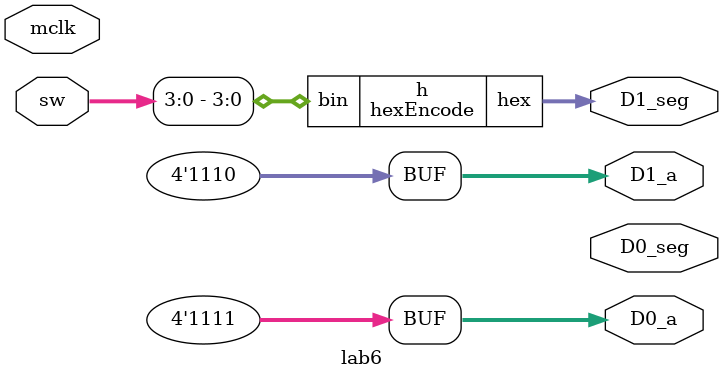
<source format=v>
`timescale 1ns / 1ps

module hexEncode(input [3:0] bin, output [7:0] hex);
  assign hex = (bin == 0) ? 8'b11000000 :
    (bin == 1) ? 8'b11111001 :
    (bin == 2) ? 8'b10100100 :
    (bin == 3) ? 8'b10110000 :
    (bin == 4) ? 8'b10011001 :
    (bin == 5) ? 8'b10010010 :
    (bin == 6) ? 8'b10000010 :
    (bin == 7) ? 8'b11111000 :
    (bin == 8) ? 8'b10000000 :
    (bin == 9) ? 8'b10010000 :
    (bin == 10) ? 8'b10001000 :
    (bin == 11) ? 8'b10000011 :
    (bin == 12) ? 8'b11000110 :
    (bin == 13) ? 8'b10100001 :
    (bin == 14) ? 8'b10000110 :
    (bin == 15) ? 8'b10001110 : 8'b11111111;
      
endmodule    


module lab6(
   input mclk,
   input [15:0] sw, //Sixteen switches
   //output [15:0] led, //Sixteen LEDs
   output [7:0] D1_seg, D0_seg, //Seven segment displays
   output [3:0] D1_a, D0_a //Display selector (0 means that seven-segment display digit is on)
);
    
 hexEncode h(sw[3:0], D1_seg[7:0]);
 assign D1_a = 4'b1110;
 assign D0_a = 4'b1111;
  
endmodule
</source>
